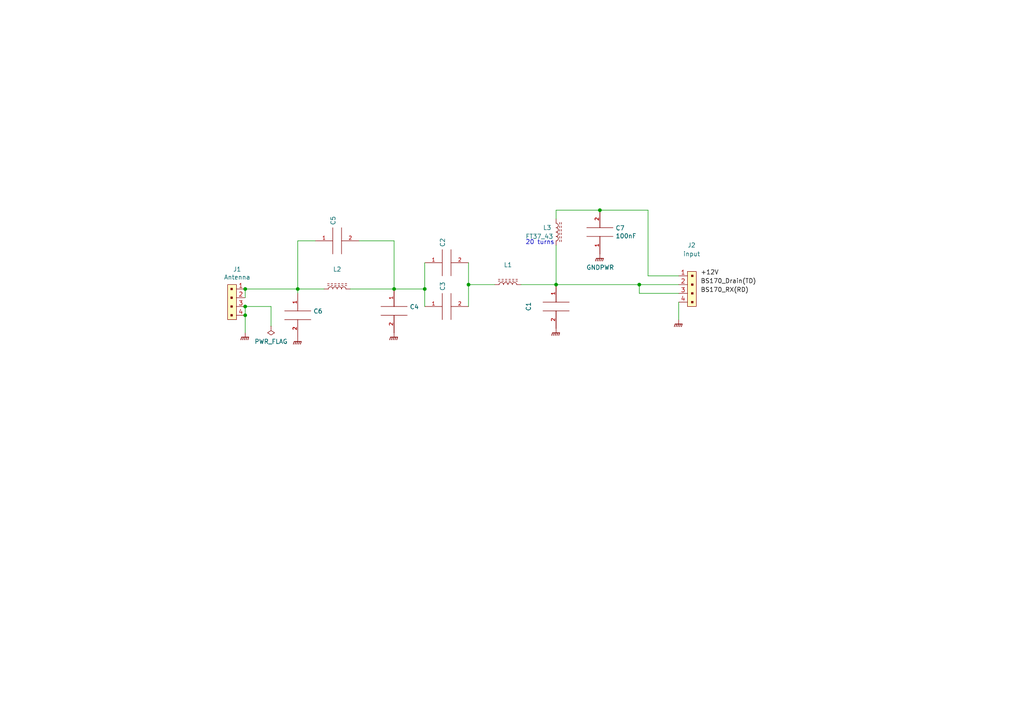
<source format=kicad_sch>
(kicad_sch (version 20211123) (generator eeschema)
  (paper "A4")
  (title_block (title "ADX HF TRX Band Module ") (rev "V1.00") (company "WB2CBA"))
  (lib_symbols
    (symbol "Band_MODULE_V1_00-rescue:0022232041-dk_Rectangular-Connectors-Headers-Male-Pins" (pin_names (offset 1.016))
      (property "Reference" "J" (at -2.54 1.27 0))
      (property "Value" "0022232041-dk_Rectangular-Connectors-Headers-Male-Pins" (at 3.81 -3.81 0))
      (symbol "0022232041-dk_Rectangular-Connectors-Headers-Male-Pins_1_1"
        (rectangle (start -1.27 0) (end 8.89 -2.54) (fill (type background)))
        (rectangle (start -0.254 -1.143) (end 0.254 -1.651) (fill (type outline)))
        (rectangle (start 2.286 -1.143) (end 2.794 -1.651) (fill (type outline)))
        (rectangle (start 4.826 -1.143) (end 5.334 -1.651) (fill (type outline)))
        (rectangle (start 7.366 -1.143) (end 7.874 -1.651) (fill (type outline)))
        (pin passive line (at 0 2.54 270) (length 2.54) (name "~") (number "1"))
        (pin passive line (at 2.54 2.54 270) (length 2.54) (name "~") (number "2"))
        (pin passive line (at 5.08 2.54 270) (length 2.54) (name "~") (number "3"))
        (pin passive line (at 7.62 2.54 270) (length 2.54) (name "~") (number "4"))
      )
    )
    (symbol "Band_MODULE_V1_00-rescue:L_Core_Ferrite-Device" (pin_numbers hide) (pin_names (offset 1.016) hide)
      (property "Reference" "L" (at -1.27 0 90))
      (property "Value" "L_Core_Ferrite-Device" (at 2.794 0 90))
      (symbol "L_Core_Ferrite-Device_0_1"
        (arc (start 0 -2.54) (mid 0.635 -1.905) (end 0 -1.27))
        (arc (start 0 -1.27) (mid 0.635 -0.635) (end 0 0))
        (polyline (pts (xy 1.016 -2.794) (xy 1.016 -2.286)))
        (polyline (pts (xy 1.016 -1.778) (xy 1.016 -1.27)))
        (polyline (pts (xy 1.016 -0.762) (xy 1.016 -0.254)))
        (polyline (pts (xy 1.016 0.254) (xy 1.016 0.762)))
        (polyline (pts (xy 1.016 1.27) (xy 1.016 1.778)))
        (polyline (pts (xy 1.016 2.286) (xy 1.016 2.794)))
        (polyline (pts (xy 1.524 -2.286) (xy 1.524 -2.794)))
        (polyline (pts (xy 1.524 -1.27) (xy 1.524 -1.778)))
        (polyline (pts (xy 1.524 -0.254) (xy 1.524 -0.762)))
        (polyline (pts (xy 1.524 0.762) (xy 1.524 0.254)))
        (polyline (pts (xy 1.524 1.778) (xy 1.524 1.27)))
        (polyline (pts (xy 1.524 2.794) (xy 1.524 2.286)))
        (arc (start 0 0) (mid 0.635 0.635) (end 0 1.27))
        (arc (start 0 1.27) (mid 0.635 1.905) (end 0 2.54))
      )
      (symbol "L_Core_Ferrite-Device_1_1"
        (pin passive line (at 0 3.81 270) (length 1.27) (name "1") (number "1"))
        (pin passive line (at 0 -3.81 90) (length 1.27) (name "2") (number "2"))
      )
    )
    (symbol "power:GNDPWR" (power) (pin_names (offset 0))
      (property "Value" "GNDPWR" (at 0 -3.302 0))
      (symbol "GNDPWR_0_1"
        (polyline (pts (xy 0 -1.27) (xy 0 0)))
        (polyline (pts (xy -1.016 -1.27) (xy -1.27 -2.032) (xy -1.27 -2.032)) (stroke (width 0.2032)))
        (polyline (pts (xy -0.508 -1.27) (xy -0.762 -2.032) (xy -0.762 -2.032)) (stroke (width 0.2032)))
        (polyline (pts (xy 0 -1.27) (xy -0.254 -2.032) (xy -0.254 -2.032)) (stroke (width 0.2032)))
        (polyline (pts (xy 0.508 -1.27) (xy 0.254 -2.032) (xy 0.254 -2.032)) (stroke (width 0.2032)))
        (polyline (pts (xy 1.016 -1.27) (xy -1.016 -1.27) (xy -1.016 -1.27)) (stroke (width 0.2032)))
        (polyline (pts (xy 1.016 -1.27) (xy 0.762 -2.032) (xy 0.762 -2.032) (xy 0.762 -2.032)) (stroke (width 0.2032)))
      )
      (symbol "GNDPWR_1_1"
        (pin power_in line (at 0 0 270) (length 0) hide (name "GNDPWR") (number "1"))
      )
    )
    (symbol "power:PWR_FLAG" (power) (pin_numbers hide) (pin_names (offset 0) hide)
      (property "Value" "PWR_FLAG" (at 0 3.81 0))
      (symbol "PWR_FLAG_0_0"
        (pin power_out line (at 0 0 90) (length 0) (name "pwr") (number "1"))
      )
      (symbol "PWR_FLAG_0_1"
        (polyline (pts (xy 0 0) (xy 0 1.27) (xy -1.016 1.905) (xy 0 2.54) (xy 1.016 1.905) (xy 0 1.27)))
      )
    )
    (symbol "pspice:CAP" (pin_names (offset 0.254))
      (property "Reference" "C" (at 2.54 3.81 90))
      (property "Value" "CAP" (at 2.54 -3.81 90))
      (symbol "CAP_0_1"
        (polyline (pts (xy -3.81 -1.27) (xy 3.81 -1.27)))
        (polyline (pts (xy -3.81 1.27) (xy 3.81 1.27)))
      )
      (symbol "CAP_1_1"
        (pin passive line (at 0 6.35 270) (length 5.08) (name "~") (number "1"))
        (pin passive line (at 0 -6.35 90) (length 5.08) (name "~") (number "2"))
      )
    )
  )
  (junction (at 71.12 88.9))
  (junction (at 71.12 83.82))
  (junction (at 185.42 82.55))
  (junction (at 86.36 83.82))
  (junction (at 71.12 91.44))
  (junction (at 135.89 82.55))
  (junction (at 173.99 60.96))
  (junction (at 114.3 83.82))
  (junction (at 161.29 82.55))
  (junction (at 123.19 83.82))
  (wire (pts (xy 86.36 83.82) (xy 71.12 83.82)))
  (wire (pts (xy 151.13 82.55) (xy 161.29 82.55)))
  (wire (pts (xy 78.613 88.9) (xy 78.613 94.615)))
  (wire (pts (xy 135.89 76.2) (xy 135.89 82.55)))
  (wire (pts (xy 101.6 83.82) (xy 114.3 83.82)))
  (wire (pts (xy 187.96 80.01) (xy 196.85 80.01)))
  (wire (pts (xy 135.89 82.55) (xy 143.51 82.55)))
  (wire (pts (xy 185.42 85.09) (xy 196.85 85.09)))
  (wire (pts (xy 161.29 82.55) (xy 185.42 82.55)))
  (wire (pts (xy 91.44 69.85) (xy 86.36 69.85)))
  (wire (pts (xy 135.89 82.55) (xy 135.89 88.9)))
  (wire (pts (xy 123.19 76.2) (xy 123.19 83.82)))
  (wire (pts (xy 71.12 88.9) (xy 71.12 91.44)))
  (wire (pts (xy 86.36 83.82) (xy 93.98 83.82)))
  (wire (pts (xy 86.36 69.85) (xy 86.36 83.82)))
  (wire (pts (xy 161.29 60.96) (xy 173.99 60.96)))
  (wire (pts (xy 114.3 69.85) (xy 114.3 83.82)))
  (wire (pts (xy 173.99 60.96) (xy 187.96 60.96)))
  (wire (pts (xy 71.12 86.36) (xy 71.12 83.82)))
  (wire (pts (xy 161.29 71.12) (xy 161.29 82.55)))
  (wire (pts (xy 78.613 88.9) (xy 71.12 88.9)))
  (wire (pts (xy 86.36 85.09) (xy 86.36 83.82)))
  (wire (pts (xy 123.19 83.82) (xy 123.19 88.9)))
  (wire (pts (xy 161.29 63.5) (xy 161.29 60.96)))
  (wire (pts (xy 187.96 60.96) (xy 187.96 80.01)))
  (wire (pts (xy 114.3 83.82) (xy 123.19 83.82)))
  (wire (pts (xy 185.42 85.09) (xy 185.42 82.55)))
  (wire (pts (xy 71.12 91.44) (xy 71.12 96.52)))
  (wire (pts (xy 104.14 69.85) (xy 114.3 69.85)))
  (wire (pts (xy 196.85 87.63) (xy 196.85 92.71)))
  (wire (pts (xy 185.42 82.55) (xy 196.85 82.55)))
  (text "20 turns" (at 152.4 71.12 0) (effects (font (size 1.27 1.27)) (justify left bottom)))
  (label "BS170_Drain(TD)" (at 203.2 82.55 0))
  (label "BS170_RX(RD)" (at 203.2 85.09 0))
  (label "+12V" (at 203.2 80.01 0))
  (symbol (lib_id "Band_MODULE_V1_00-rescue:0022232041-dk_Rectangular-Connectors-Headers-Male-Pins") (at 199.39 80.01 90) (mirror x) (unit 1)
    (property "Reference" "J2" (at 199.39 71.12 90) (effects (justify right)))
    (property "Value" "input" (at 198.12 73.66 90) (effects (justify right)))
    (property "Footprint" "digikey-footprints:PinHeader_1x4_P2.54mm_Drill1.02mm" (effects hide))
    (property "Datasheet" "https://www.molex.com/pdm_docs/sd/022232041_sd.pdf" (effects hide))
    (property "Digi-Key_PN" "WM4202-ND" (effects hide))
    (property "MPN" "0022232041" (effects hide))
    (property "Category" "Connectors, Interconnects" (effects hide))
    (property "Family" "Rectangular Connectors - Headers, Male Pins" (effects hide))
    (property "DK_Datasheet_Link" "https://www.molex.com/pdm_docs/sd/022232041_sd.pdf" (effects hide))
    (property "DK_Detail_Page" "/product-detail/en/molex/0022232041/WM4202-ND/26671" (effects hide))
    (property "Description" "CONN HEADER VERT 4POS 2.54MM" (effects hide))
    (property "Manufacturer" "Molex" (effects hide))
    (property "Status" "Active" (effects hide))
  )
  (symbol (lib_id "Band_MODULE_V1_00-rescue:0022232041-dk_Rectangular-Connectors-Headers-Male-Pins") (at 68.58 83.82 270) (unit 1)
    (property "Reference" "J1" (at 68.7832 78.105 90))
    (property "Value" "Antenna" (at 68.7832 80.4164 90))
    (property "Footprint" "digikey-footprints:PinHeader_1x4_P2.54mm_Drill1.02mm" (effects hide))
    (property "Datasheet" "https://www.molex.com/pdm_docs/sd/022232041_sd.pdf" (effects hide))
    (property "Digi-Key_PN" "WM4202-ND" (effects hide))
    (property "MPN" "0022232041" (effects hide))
    (property "Category" "Connectors, Interconnects" (effects hide))
    (property "Family" "Rectangular Connectors - Headers, Male Pins" (effects hide))
    (property "DK_Datasheet_Link" "https://www.molex.com/pdm_docs/sd/022232041_sd.pdf" (effects hide))
    (property "DK_Detail_Page" "/product-detail/en/molex/0022232041/WM4202-ND/26671" (effects hide))
    (property "Description" "CONN HEADER VERT 4POS 2.54MM" (effects hide))
    (property "Manufacturer" "Molex" (effects hide))
    (property "Status" "Active" (effects hide))
  )
  (symbol (lib_id "power:GNDPWR") (at 71.12 96.52 0) (unit 1)
    (property "Reference" "#PWR0105" (effects hide))
    (property "Value" "GNDPWR" (effects hide))
  )
  (symbol (lib_id "pspice:CAP") (at 86.36 91.44 0) (unit 1)
    (property "Reference" "C6" (at 90.8812 90.2716 0) (effects (justify left)))
    (property "Value" " " (at 90.8812 92.583 0) (effects (justify left)))
    (property "Footprint" "Capacitor_THT:C_Disc_D5.0mm_W2.5mm_P2.50mm" (effects hide))
  )
  (symbol (lib_id "pspice:CAP") (at 97.79 69.85 90) (unit 1)
    (property "Reference" "C5" (at 96.6216 65.3288 0) (effects (justify left)))
    (property "Value" " " (at 98.933 65.3288 0) (effects (justify left)))
    (property "Footprint" "Capacitor_THT:C_Disc_D5.0mm_W2.5mm_P2.50mm" (effects hide))
  )
  (symbol (lib_id "pspice:CAP") (at 129.54 76.2 90) (unit 1)
    (property "Reference" "C2" (at 128.3716 71.6788 0) (effects (justify left)))
    (property "Value" " " (at 130.683 71.6788 0) (effects (justify left)))
    (property "Footprint" "Capacitor_THT:C_Disc_D5.0mm_W2.5mm_P2.50mm" (effects hide))
  )
  (symbol (lib_id "pspice:CAP") (at 114.3 90.17 0) (unit 1)
    (property "Reference" "C4" (at 118.8212 89.0016 0) (effects (justify left)))
    (property "Value" " " (at 118.8212 91.313 0) (effects (justify left)))
    (property "Footprint" "Capacitor_THT:C_Disc_D5.0mm_W2.5mm_P2.50mm" (effects hide))
  )
  (symbol (lib_id "Band_MODULE_V1_00-rescue:L_Core_Ferrite-Device") (at 97.79 83.82 90) (unit 1)
    (property "Reference" "L2" (at 97.79 78.105 90))
    (property "Value" " " (at 97.79 80.4164 90))
    (property "Footprint" "Inductor_THT:L_Toroid_Vertical_L10.0mm_W5.0mm_P5.08mm" (effects hide))
  )
  (symbol (lib_id "Band_MODULE_V1_00-rescue:L_Core_Ferrite-Device") (at 147.32 82.55 90) (unit 1)
    (property "Reference" "L1" (at 147.32 76.835 90))
    (property "Value" " " (at 147.32 79.1464 90))
    (property "Footprint" "Inductor_THT:L_Toroid_Vertical_L10.0mm_W5.0mm_P5.08mm" (effects hide))
  )
  (symbol (lib_id "power:GNDPWR") (at 86.36 97.79 0) (unit 1)
    (property "Reference" "#PWR0101" (effects hide))
    (property "Value" "GNDPWR" (effects hide))
  )
  (symbol (lib_id "power:GNDPWR") (at 161.29 95.25 0) (unit 1)
    (property "Reference" "#PWR0102" (effects hide))
    (property "Value" "GNDPWR" (effects hide))
  )
  (symbol (lib_id "power:GNDPWR") (at 114.3 96.52 0) (unit 1)
    (property "Reference" "#PWR0104" (effects hide))
    (property "Value" "GNDPWR" (effects hide))
  )
  (symbol (lib_id "power:GNDPWR") (at 196.85 92.71 0) (unit 1)
    (property "Reference" "#PWR0106" (effects hide))
    (property "Value" "GNDPWR" (effects hide))
  )
  (symbol (lib_id "pspice:CAP") (at 161.29 88.9 0) (unit 1)
    (property "Reference" "C1" (at 153.289 88.9 90))
    (property "Value" "  " (at 155.6004 88.9 90))
    (property "Footprint" "Capacitor_THT:C_Disc_D5.0mm_W2.5mm_P2.50mm" (effects hide))
  )
  (symbol (lib_id "pspice:CAP") (at 173.99 67.31 180) (unit 1)
    (property "Reference" "C7" (at 178.5112 66.1416 0) (effects (justify right)))
    (property "Value" "100nF" (at 178.5112 68.453 0) (effects (justify right)))
    (property "Footprint" "Capacitor_THT:C_Disc_D5.0mm_W2.5mm_P2.50mm" (effects hide))
  )
  (symbol (lib_id "power:GNDPWR") (at 173.99 73.66 0) (unit 1)
    (property "Reference" "#PWR0107" (effects hide))
    (property "Value" "GNDPWR" (at 174.0916 77.5716 0))
  )
  (symbol (lib_id "Band_MODULE_V1_00-rescue:L_Core_Ferrite-Device") (at 161.29 67.31 0) (unit 1)
    (property "Reference" "L3" (at 157.48 66.04 0) (effects (justify left)))
    (property "Value" "FT37_43" (at 152.4 68.58 0) (effects (justify left)))
    (property "Footprint" "Inductor_THT:L_Toroid_Vertical_L10.0mm_W5.0mm_P5.08mm" (effects hide))
  )
  (symbol (lib_id "pspice:CAP") (at 129.54 88.9 90) (unit 1)
    (property "Reference" "C3" (at 128.3716 84.3788 0) (effects (justify left)))
    (property "Value" " " (at 130.683 84.3788 0) (effects (justify left)))
    (property "Footprint" "Capacitor_THT:C_Disc_D5.0mm_W2.5mm_P2.50mm" (effects hide))
  )
  (symbol (lib_id "power:PWR_FLAG") (at 78.613 94.615 180) (unit 1)
    (property "Reference" "#FLG0101" (effects hide))
    (property "Value" "PWR_FLAG" (at 78.613 99.06 0))
  )
)
</source>
